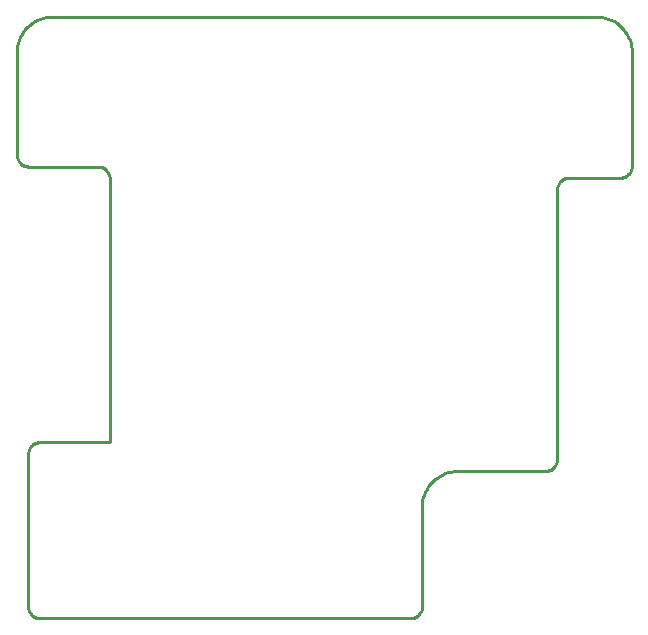
<source format=gbr>
G04 EAGLE Gerber RS-274X export*
G75*
%MOMM*%
%FSLAX34Y34*%
%LPD*%
%IN*%
%IPPOS*%
%AMOC8*
5,1,8,0,0,1.08239X$1,22.5*%
G01*
%ADD10C,0.254000*%


D10*
X-76200Y247975D02*
X-76162Y247103D01*
X-76048Y246239D01*
X-75859Y245387D01*
X-75597Y244555D01*
X-75263Y243749D01*
X-74860Y242975D01*
X-74392Y242239D01*
X-73860Y241547D01*
X-73271Y240904D01*
X-72628Y240315D01*
X-71936Y239783D01*
X-71200Y239315D01*
X-70426Y238912D01*
X-69620Y238578D01*
X-68788Y238316D01*
X-67936Y238127D01*
X-67072Y238013D01*
X-66200Y237975D01*
X-7760Y237975D01*
X-6888Y237937D01*
X-6024Y237823D01*
X-5172Y237634D01*
X-4340Y237372D01*
X-3534Y237038D01*
X-2760Y236635D01*
X-2024Y236167D01*
X-1332Y235635D01*
X-689Y235046D01*
X-100Y234403D01*
X432Y233711D01*
X900Y232975D01*
X1303Y232201D01*
X1637Y231395D01*
X1899Y230563D01*
X2088Y229711D01*
X2202Y228847D01*
X2240Y227975D01*
X2240Y4763D01*
X-56675Y4763D01*
X-57547Y4724D01*
X-58412Y4611D01*
X-59263Y4422D01*
X-60095Y4159D01*
X-60901Y3826D01*
X-61675Y3423D01*
X-62411Y2954D01*
X-63103Y2423D01*
X-63746Y1834D01*
X-64335Y1190D01*
X-64867Y498D01*
X-65335Y-238D01*
X-65738Y-1011D01*
X-66072Y-1817D01*
X-66334Y-2649D01*
X-66523Y-3501D01*
X-66637Y-4366D01*
X-66675Y-5238D01*
X-66675Y-134463D01*
X-66637Y-135334D01*
X-66523Y-136199D01*
X-66334Y-137051D01*
X-66072Y-137883D01*
X-65738Y-138689D01*
X-65335Y-139463D01*
X-64867Y-140198D01*
X-64335Y-140890D01*
X-63746Y-141534D01*
X-63103Y-142123D01*
X-62411Y-142654D01*
X-61675Y-143123D01*
X-60901Y-143526D01*
X-60095Y-143859D01*
X-59263Y-144122D01*
X-58411Y-144311D01*
X-57547Y-144424D01*
X-56675Y-144463D01*
X256700Y-144463D01*
X257572Y-144424D01*
X258436Y-144311D01*
X259288Y-144122D01*
X260120Y-143859D01*
X260926Y-143526D01*
X261700Y-143123D01*
X262436Y-142654D01*
X263128Y-142123D01*
X263771Y-141534D01*
X264360Y-140890D01*
X264892Y-140198D01*
X265360Y-139463D01*
X265763Y-138689D01*
X266097Y-137883D01*
X266359Y-137051D01*
X266548Y-136199D01*
X266662Y-135334D01*
X266700Y-134463D01*
X266700Y-49850D01*
X266814Y-47235D01*
X267156Y-44641D01*
X267722Y-42085D01*
X268509Y-39589D01*
X269511Y-37171D01*
X270719Y-34850D01*
X272125Y-32643D01*
X273719Y-30566D01*
X275487Y-28637D01*
X277416Y-26869D01*
X279493Y-25275D01*
X281700Y-23869D01*
X284021Y-22661D01*
X286439Y-21659D01*
X288935Y-20872D01*
X291491Y-20306D01*
X294085Y-19964D01*
X296700Y-19850D01*
X371000Y-19850D01*
X371872Y-19812D01*
X372736Y-19698D01*
X373588Y-19509D01*
X374420Y-19247D01*
X375226Y-18913D01*
X376000Y-18510D01*
X376736Y-18042D01*
X377428Y-17510D01*
X378071Y-16921D01*
X378660Y-16278D01*
X379192Y-15586D01*
X379660Y-14850D01*
X380063Y-14076D01*
X380397Y-13270D01*
X380659Y-12438D01*
X380848Y-11586D01*
X380962Y-10722D01*
X381000Y-9850D01*
X381000Y218600D01*
X381038Y219472D01*
X381152Y220336D01*
X381341Y221188D01*
X381603Y222020D01*
X381937Y222826D01*
X382340Y223600D01*
X382808Y224336D01*
X383340Y225028D01*
X383929Y225671D01*
X384572Y226260D01*
X385264Y226792D01*
X386000Y227260D01*
X386774Y227663D01*
X387580Y227997D01*
X388412Y228259D01*
X389264Y228448D01*
X390128Y228562D01*
X391000Y228600D01*
X434300Y228600D01*
X435172Y228638D01*
X436036Y228752D01*
X436888Y228941D01*
X437720Y229203D01*
X438526Y229537D01*
X439300Y229940D01*
X440036Y230408D01*
X440728Y230940D01*
X441371Y231529D01*
X441960Y232172D01*
X442492Y232864D01*
X442960Y233600D01*
X443363Y234374D01*
X443697Y235180D01*
X443959Y236012D01*
X444148Y236864D01*
X444262Y237728D01*
X444300Y238600D01*
X444300Y335050D01*
X444186Y337665D01*
X443844Y340259D01*
X443278Y342815D01*
X442491Y345311D01*
X441489Y347729D01*
X440281Y350050D01*
X438875Y352257D01*
X437281Y354334D01*
X435513Y356263D01*
X433584Y358031D01*
X431507Y359625D01*
X429300Y361031D01*
X426979Y362239D01*
X424561Y363241D01*
X422065Y364028D01*
X419509Y364594D01*
X416915Y364936D01*
X414300Y365050D01*
X-46200Y365050D01*
X-48815Y364936D01*
X-51409Y364594D01*
X-53965Y364028D01*
X-56461Y363241D01*
X-58879Y362239D01*
X-61200Y361031D01*
X-63407Y359625D01*
X-65484Y358031D01*
X-67413Y356263D01*
X-69181Y354334D01*
X-70775Y352257D01*
X-72181Y350050D01*
X-73389Y347729D01*
X-74391Y345311D01*
X-75178Y342815D01*
X-75744Y340259D01*
X-76086Y337665D01*
X-76200Y335050D01*
X-76200Y247975D01*
M02*

</source>
